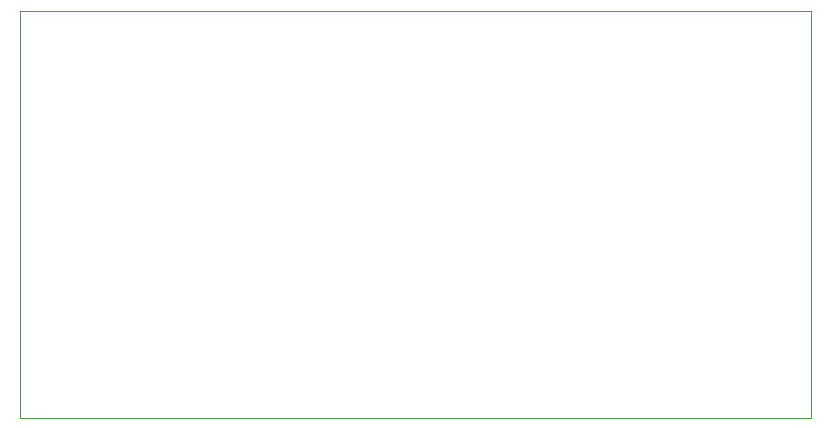
<source format=gbr>
G04 #@! TF.GenerationSoftware,KiCad,Pcbnew,(5.1.2-1)-1*
G04 #@! TF.CreationDate,2022-02-06T17:07:09+01:00*
G04 #@! TF.ProjectId,RS232interface,52533233-3269-46e7-9465-72666163652e,rev?*
G04 #@! TF.SameCoordinates,Original*
G04 #@! TF.FileFunction,Profile,NP*
%FSLAX46Y46*%
G04 Gerber Fmt 4.6, Leading zero omitted, Abs format (unit mm)*
G04 Created by KiCad (PCBNEW (5.1.2-1)-1) date 2022-02-06 17:07:09*
%MOMM*%
%LPD*%
G04 APERTURE LIST*
%ADD10C,0.050000*%
G04 APERTURE END LIST*
D10*
X66450000Y-81700000D02*
X66450000Y-47250000D01*
X133400000Y-81700000D02*
X66450000Y-81700000D01*
X133400000Y-47250000D02*
X133400000Y-81700000D01*
X66450000Y-47250000D02*
X133400000Y-47250000D01*
M02*

</source>
